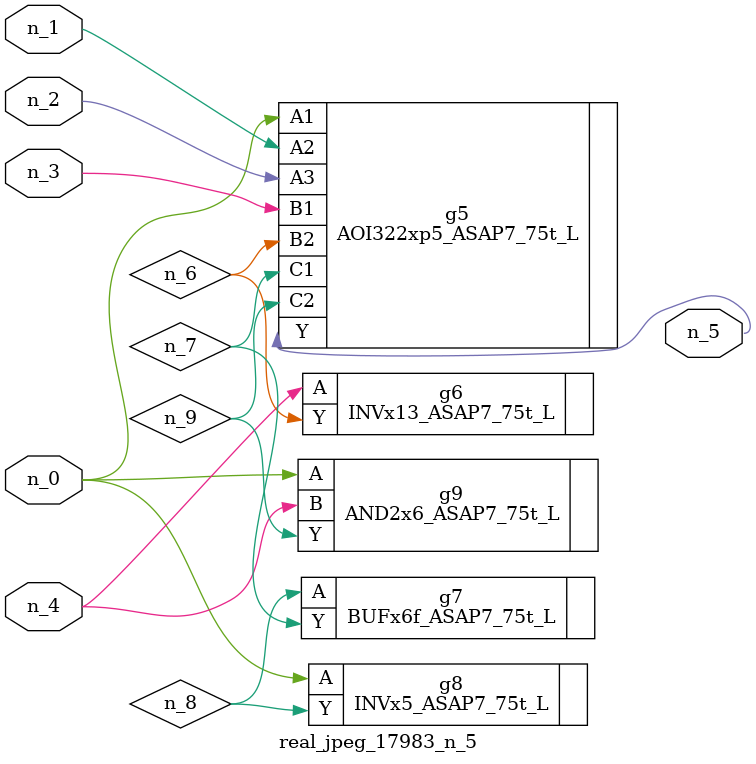
<source format=v>
module real_jpeg_17983_n_5 (n_4, n_0, n_1, n_2, n_3, n_5);

input n_4;
input n_0;
input n_1;
input n_2;
input n_3;

output n_5;

wire n_8;
wire n_6;
wire n_7;
wire n_9;

AOI322xp5_ASAP7_75t_L g5 ( 
.A1(n_0),
.A2(n_1),
.A3(n_2),
.B1(n_3),
.B2(n_6),
.C1(n_7),
.C2(n_9),
.Y(n_5)
);

INVx5_ASAP7_75t_L g8 ( 
.A(n_0),
.Y(n_8)
);

AND2x6_ASAP7_75t_L g9 ( 
.A(n_0),
.B(n_4),
.Y(n_9)
);

INVx13_ASAP7_75t_L g6 ( 
.A(n_4),
.Y(n_6)
);

BUFx6f_ASAP7_75t_L g7 ( 
.A(n_8),
.Y(n_7)
);


endmodule
</source>
